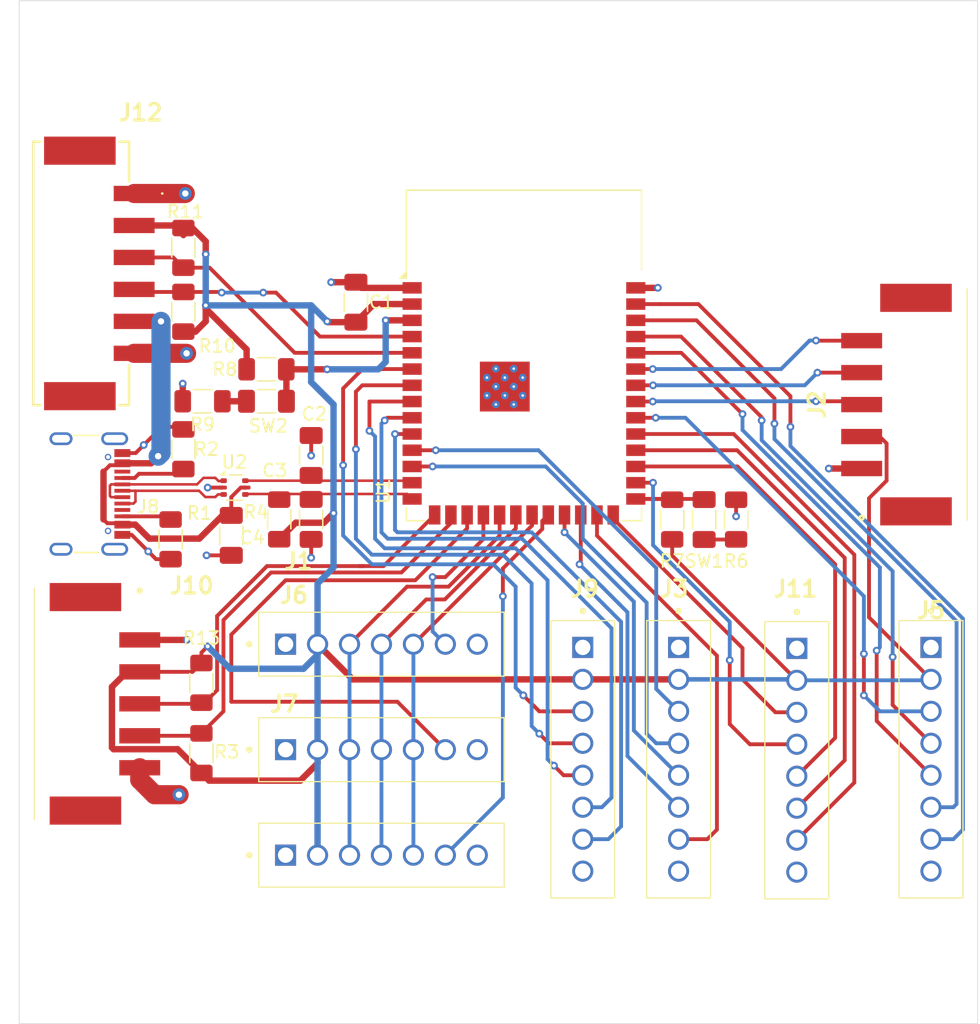
<source format=kicad_pcb>
(kicad_pcb (version 20240108) (generator "pcbnew") (generator_version "8.0")
  (layers (0 "F.Cu" signal "F.Cu1") (1 "In1.Cu" power "GND") (2 "In2.Cu" power "PWR") (31 "B.Cu" signal "B.Cu1") (34 "B.Paste" user) (35 "F.Paste" user) (36 "B.SilkS" user "B.Silkscreen") (37 "F.SilkS" user "F.Silkscreen") (38 "B.Mask" user) (39 "F.Mask" user) (44 "Edge.Cuts" user))
  (net 0 "")
  (net 1 "GND")
  (net 2 "+3.3V")
  (net 3 "-")
  (net 4 "+")
  (net 5 "+5Vout")
  (net 6 "i2s sd")
  (net 7 "i2s sck")
  (net 8 "i2s ws")
  (net 9 "io15")
  (net 10 "io6")
  (net 11 "+5Vin")
  (net 12 "io1")
  (net 13 "io7")
  (net 14 "io17")
  (net 15 "txd0")
  (net 16 "io16")
  (net 17 "rxd0")
  (net 18 "io18")
  (net 19 "io35")
  (net 20 "io21")
  (net 21 "io37")
  (net 22 "io36")
  (net 23 "io38")
  (net 24 "miso")
  (net 25 "sck")
  (net 26 "ss1")
  (net 27 "mosi")
  (net 28 "ss0")
  (net 29 "Net-(J8-D--PadA7)")
  (net 30 "Net-(J8-D+-PadA6)")
  (net 32 "Net-(J8-CC1)")
  (net 33 "Net-(J8-CC2)")
  (net 35 "io39")
  (net 36 "io45")
  (net 37 "io48")
  (net 38 "io47")
  (net 39 "scl1")
  (net 40 "sda1")
  (net 41 "sda0")
  (net 42 "scl0")
  (net 43 "ss2")
  (net 44 "Net-(R6-Pad1)")
  (net 45 "boot0")
  (net 46 "reset")
  (net 47 "Net-(R9-Pad1)")
  (net 50 "io2")
  (net 51 "io8")
  (footprint "Connector_USB:USB_C_Receptacle_G-Switch_GT-USB-7010ASV" (layer "F.Cu") (at 100.35 87.58 -90)
    (property "Reference" "J8")
    (property "Value" "USB_C_Receptacle_USB2.0_16P")
  )
  (footprint "Resistor_SMD:R_1206_3216Metric_Pad1.30x1.75mm_HandSolder" (layer "F.Cu") (at 115.35 77.83)
    (property "Reference" "R8")
    (property "Value" "10k")
  )
  (footprint "Capacitor_SMD:C_1206_3216Metric_Pad1.33x1.80mm_HandSolder" (layer "F.Cu") (at 115.35 80.33 180)
    (property "Reference" "SW2")
    (property "Value" "SW_Push")
  )
  (footprint "Capacitor_SMD:C_1206_3216Metric_Pad1.33x1.80mm_HandSolder" (layer "F.Cu") (at 118.85 84.57 -90)
    (property "Reference" "C2")
    (property "Value" "C")
  )
  (footprint "Capacitor_SMD:C_1206_3216Metric_Pad1.33x1.80mm_HandSolder" (layer "F.Cu") (at 149.6 89.58 -90)
    (property "Reference" "SW1")
    (property "Value" "SW_Push")
  )
  (footprint "MountingHole:MountingHole_3.2mm_M3" (layer "F.Cu") (at 166 54.02)
    (property "Reference" "H1" (hide yes))
    (property "Value" "MountingHole")
  )
  (footprint "Connector_pt_phoenix:1778609" (layer "F.Cu") (at 116.85 107.58)
    (property "Reference" "J6")
    (property "Value" "sp1" (hide yes))
  )
  (footprint "Connector_pt_phoenix:1814951" (layer "F.Cu") (at 101.85 70.33 -90)
    (property "Reference" "J12")
    (property "Value" "i2c0" (hide yes))
  )
  (footprint "Capacitor_SMD:C_1206_3216Metric_Pad1.33x1.80mm_HandSolder" (layer "F.Cu") (at 118.85 89.57 90)
    (property "Reference" "C3")
    (property "Value" "C")
  )
  (footprint "Resistor_SMD:R_1206_3216Metric_Pad1.30x1.75mm_HandSolder" (layer "F.Cu") (at 116.35 89.57 90)
    (property "Reference" "R4")
    (property "Value" "5k1")
  )
  (footprint "Connector_pt_phoenix:1778612" (layer "F.Cu") (at 140.1 99.58 -90)
    (property "Reference" "J9")
    (property "Value" "1778612" (hide yes))
  )
  (footprint "Connector_pt_phoenix:1778609" (layer "F.Cu") (at 116.85 115.83)
    (property "Reference" "J7")
    (property "Value" "sp2" (hide yes))
  )
  (footprint "Resistor_SMD:R_1206_3216Metric_Pad1.30x1.75mm_HandSolder" (layer "F.Cu") (at 110.35 80.33 180)
    (property "Reference" "R9")
    (property "Value" "470")
  )
  (footprint "Connector_pt_phoenix:1778612" (layer "F.Cu") (at 167.35 99.58 -90)
    (property "Reference" "J5")
    (property "Value" "1778612" (hide yes))
  )
  (footprint "Package_TO_SOT_SMD:SOT-666" (layer "F.Cu") (at 112.85 87.08)
    (property "Reference" "U2")
    (property "Value" "USBLC6-2P6")
  )
  (footprint "Connector_pt_phoenix:1778612" (layer "F.Cu") (at 156.85 99.655 -90)
    (property "Reference" "J11")
    (property "Value" "1778612" (hide yes))
  )
  (footprint "RF_Module:ESP32-S3-WROOM-1" (layer "F.Cu") (at 135.5 76.72)
    (property "Reference" "U1")
    (property "Value" "ESP32-S3-WROOM-1")
  )
  (footprint "Capacitor_SMD:C_1206_3216Metric_Pad1.33x1.80mm_HandSolder" (layer "F.Cu") (at 122.35 72.58 -90)
    (property "Reference" "C1")
    (property "Value" "100n")
  )
  (footprint "MountingHole:MountingHole_3.2mm_M3" (layer "F.Cu") (at 101 54)
    (property "Reference" "H2" (hide yes))
    (property "Value" "MountingHole")
  )
  (footprint "MountingHole:MountingHole_3.2mm_M3" (layer "F.Cu") (at 101 124)
    (property "Reference" "H4" (hide yes))
    (property "Value" "MountingHole")
  )
  (footprint "Resistor_SMD:R_1206_3216Metric_Pad1.30x1.75mm_HandSolder" (layer "F.Cu") (at 108.85 73.33 -90)
    (property "Reference" "R10")
    (property "Value" "4k7")
  )
  (footprint "MountingHole:MountingHole_3.2mm_M3" (layer "F.Cu") (at 166 124)
    (property "Reference" "H3" (hide yes))
    (property "Value" "MountingHole")
  )
  (footprint "Connector_pt_phoenix:1814948" (layer "F.Cu") (at 161.925 80.59 90)
    (property "Reference" "J2")
    (property "Value" "i2s" (hide yes))
  )
  (footprint "Resistor_SMD:R_1206_3216Metric_Pad1.30x1.75mm_HandSolder" (layer "F.Cu") (at 108.85 68.33 -90)
    (property "Reference" "R11")
    (property "Value" "4k7")
  )
  (footprint "Resistor_SMD:R_1206_3216Metric_Pad1.30x1.75mm_HandSolder" (layer "F.Cu") (at 108.85 84.08 -90)
    (property "Reference" "R2")
    (property "Value" "5k1")
  )
  (footprint "Connector_pt_phoenix:1814948" (layer "F.Cu") (at 105.4375 103.9925 -90)
    (property "Reference" "J10")
    (property "Value" "i2c1" (hide yes))
  )
  (footprint "Resistor_SMD:R_1206_3216Metric_Pad1.30x1.75mm_HandSolder" (layer "F.Cu") (at 107.85 91.13 90)
    (property "Reference" "R1")
    (property "Value" "5k1")
  )
  (footprint "Connector_pt_phoenix:1778609" (layer "F.Cu") (at 116.85 99.33)
    (property "Reference" "J1")
    (property "Value" "spi0" (hide yes))
  )
  (footprint "Connector_pt_phoenix:1778612" (layer "F.Cu") (at 147.6 99.58 -90)
    (property "Reference" "J3")
    (property "Value" "1778612" (hide yes))
  )
  (footprint "Capacitor_SMD:C_1206_3216Metric_Pad1.33x1.80mm_HandSolder" (layer "F.Cu") (at 112.6 90.82 -90)
    (property "Reference" "C4")
    (property "Value" "100nf")
  )
  (footprint "Resistor_SMD:R_1206_3216Metric_Pad1.30x1.75mm_HandSolder" (layer "F.Cu") (at 110.2625 107.8525 -90)
    (property "Reference" "R3")
    (property "Value" "4k7")
  )
  (footprint "Resistor_SMD:R_1206_3216Metric_Pad1.30x1.75mm_HandSolder" (layer "F.Cu") (at 147.1 89.58 90)
    (property "Reference" "R7")
    (property "Value" "10k")
  )
  (footprint "Resistor_SMD:R_1206_3216Metric_Pad1.30x1.75mm_HandSolder" (layer "F.Cu") (at 152.1 89.58 90)
    (property "Reference" "R6")
    (property "Value" "470")
  )
  (footprint "Resistor_SMD:R_1206_3216Metric_Pad1.30x1.75mm_HandSolder" (layer "F.Cu") (at 110.2625 102.3525 -90)
    (property "Reference" "R13")
    (property "Value" "4k7")
  )
  (gr_rect (start 96 49) (end 171 129) (stroke (width 0.05)) (fill none) (layer "Edge.Cuts"))
  (segment (start 122.35 71.0175) (end 120.4125 71.0175) (width 0.5) (layer "F.Cu") (net 1))
  (segment (start 109 64.08) (end 109.17 64.08) (width 0.5) (layer "F.Cu") (net 1))
  (segment (start 112.3025 92.68) (end 112.6 92.3825) (width 0.3) (layer "F.Cu") (net 1))
  (segment (start 109.17 64.08) (end 109.25 64) (width 0.5) (layer "F.Cu") (net 1))
  (segment (start 105.12 84.38) (end 104.075 84.38) (width 0.3) (layer "F.Cu") (net 1))
  (segment (start 110.75 87.08) (end 111.925 87.08) (width 0.3) (layer "F.Cu") (net 1))
  (segment (start 108.65 82.33) (end 108.85 82.53) (width 0.3) (layer "F.Cu") (net 1))
  (segment (start 108.8 80.33) (end 108.8 78.95) (width 0.5) (layer "F.Cu") (net 1))
  (segment (start 107.17 82.33) (end 108.65 82.33) (width 0.3) (layer "F.Cu") (net 1))
  (segment (start 105.75 83.75) (end 107.17 82.33) (width 0.3) (layer "F.Cu") (net 1))
  (segment (start 105.4375 98.9925) (end 109.1225 98.9925) (width 0.5) (layer "F.Cu") (net 1))
  (segment (start 108.8 82.48) (end 108.85 82.53) (width 0.5) (layer "F.Cu") (net 1))
  (segment (start 118.85 83.0075) (end 118.85 84.58) (width 0.3) (layer "F.Cu") (net 1))
  (segment (start 159.35 85.59) (end 161.925 85.59) (width 0.5) (layer "F.Cu") (net 1))
  (segment (start 112.6 92.3825) (end 110.6625 92.3825) (width 0.3) (layer "F.Cu") (net 1))
  (segment (start 145.97 71.46) (end 145.975 71.455) (width 0.5) (layer "F.Cu") (net 1))
  (segment (start 104.075 90.78) (end 104.81 90.78) (width 0.3) (layer "F.Cu") (net 1))
  (segment (start 106.71 92.68) (end 107.85 92.68) (width 0.3) (layer "F.Cu") (net 1))
  (segment (start 152.1 88.03) (end 152.1 89.33) (width 0.3) (layer "F.Cu") (net 1))
  (segment (start 104.81 90.78) (end 106.1 92.07) (width 0.3) (layer "F.Cu") (net 1))
  (segment (start 122.7925 71.46) (end 122.35 71.0175) (width 0.5) (layer "F.Cu") (net 1))
  (segment (start 118.85 91.1325) (end 118.85 92.57) (width 0.3) (layer "F.Cu") (net 1))
  (segment (start 105 64.08) (end 109 64.08) (width 1.5) (layer "F.Cu") (net 1))
  (segment (start 144.25 71.46) (end 145.97 71.46) (width 0.5) (layer "F.Cu") (net 1))
  (segment (start 105.75 83.75) (end 105.12 84.38) (width 0.3) (layer "F.Cu") (net 1))
  (segment (start 126.75 71.46) (end 122.7925 71.46) (width 0.5) (layer "F.Cu") (net 1))
  (segment (start 106.1 92.07) (end 106.71 92.68) (width 0.3) (layer "F.Cu") (net 1))
  (via (at 159.35 85.59) (size 0.6) (drill 0.3) (layers "F.Cu" "B.Cu") (net 1))
  (via (at 120.4125 71.0175) (size 0.6) (drill 0.3) (layers "F.Cu" "B.Cu") (net 1))
  (via (at 108.8 78.95) (size 0.6) (drill 0.3) (layers "F.Cu" "B.Cu") (net 1))
  (via (at 118.85 84.58) (size 0.6) (drill 0.3) (layers "F.Cu" "B.Cu") (net 1))
  (via (at 106.1 92.07) (size 0.6) (drill 0.3) (layers "F.Cu" "B.Cu") (net 1))
  (via (at 109.1225 98.9925) (size 0.6) (drill 0.3) (layers "F.Cu" "B.Cu") (net 1))
  (via (at 105.75 83.75) (size 0.6) (drill 0.3) (layers "F.Cu" "B.Cu") (net 1))
  (via (at 110.75 87.08) (size 0.6) (drill 0.3) (layers "F.Cu" "B.Cu") (net 1))
  (via (at 110.6625 92.3825) (size 0.6) (drill 0.3) (layers "F.Cu" "B.Cu") (net 1))
  (via (at 145.975 71.455) (size 0.6) (drill 0.3) (layers "F.Cu" "B.Cu") (net 1))
  (via (at 109 64.08) (size 1) (drill 0.5) (layers "F.Cu" "B.Cu") (net 1))
  (via (at 118.85 92.57) (size 0.6) (drill 0.3) (layers "F.Cu" "B.Cu") (net 1))
  (via (at 152.1 89.33) (size 0.6) (drill 0.3) (layers "F.Cu" "B.Cu") (net 1))
  (segment (start 109.55 66.78) (end 110.6 67.83) (width 0.5) (layer "F.Cu") (net 2))
  (segment (start 163.875 86.54) (end 163.875 83.625) (width 0.3) (layer "F.Cu") (net 2))
  (segment (start 118 110) (end 110.86 110) (width 0.5) (layer "F.Cu") (net 2))
  (segment (start 167.35 102.08) (end 162.5 97.23) (width 0.3) (layer "F.Cu") (net 2))
  (segment (start 105.4375 101.4925) (end 109.5725 101.4925) (width 0.3) (layer "F.Cu") (net 2))
  (segment (start 110.86 110) (end 110.2625 109.4025) (width 0.5) (layer "F.Cu") (net 2))
  (segment (start 108.85 74.88) (end 109.8 74.88) (width 0.5) (layer "F.Cu") (net 2))
  (segment (start 103.2625 107.4175) (end 103.2625 102.6675) (width 0.5) (layer "F.Cu") (net 2))
  (segment (start 110.6 67.83) (end 110.6 68.83) (width 0.5) (layer "F.Cu") (net 2))
  (segment (start 156.85 102.155) (end 147.1 92.405) (width 0.3) (layer "F.Cu") (net 2))
  (segment (start 119.35 99.33) (end 122.1 102.08) (width 0.5) (layer "F.Cu") (net 2))
  (segment (start 117.64 89.83) (end 116.35 91.12) (width 0.5) (layer "F.Cu") (net 2))
  (segment (start 110.6 74.08) (end 110.6 72.83) (width 0.5) (layer "F.Cu") (net 2))
  (segment (start 163.34 83.09) (end 161.925 83.09) (width 0.3) (layer "F.Cu") (net 2))
  (segment (start 110.2625 109.4025) (end 108.4025 107.5425) (width 0.5) (layer "F.Cu") (net 2))
  (segment (start 123.7625 72.73) (end 122.35 74.1425) (width 0.5) (layer "F.Cu") (net 2))
  (segment (start 120.1625 74.1425) (end 120.1 74.08) (width 0.5) (layer "F.Cu") (net 2))
  (segment (start 108.65 66.58) (end 108.85 66.78) (width 0.5) (layer "F.Cu") (net 2))
  (segment (start 163.875 83.625) (end 163.34 83.09) (width 0.3) (layer "F.Cu") (net 2))
  (segment (start 147.1 92.405) (end 147.1 91.13) (width 0.3) (layer "F.Cu") (net 2))
  (segment (start 162.5 97.23) (end 162.5 87.915) (width 0.3) (layer "F.Cu") (net 2))
  (segment (start 120.6 89.08) (end 119.85 89.83) (width 0.5) (layer "F.Cu") (net 2))
  (segment (start 122.35 74.1425) (end 120.1625 74.1425) (width 0.5) (layer "F.Cu") (net 2))
  (segment (start 122.1 102.08) (end 140.1 102.08) (width 0.5) (layer "F.Cu") (net 2))
  (segment (start 119.35 107.58) (end 119.35 108.65) (width 0.5) (layer "F.Cu") (net 2))
  (segment (start 119.35 108.65) (end 118 110) (width 0.5) (layer "F.Cu") (net 2))
  (segment (start 113.8 76.28) (end 113.8 77.83) (width 0.5) (layer "F.Cu") (net 2))
  (segment (start 119.85 89.83) (end 117.64 89.83) (width 0.5) (layer "F.Cu") (net 2))
  (segment (start 108.85 66.78) (end 108.85 67.33) (width 0.5) (layer "F.Cu") (net 2))
  (segment (start 126.75 72.73) (end 123.7625 72.73) (width 0.5) (layer "F.Cu") (net 2))
  (segment (start 103.2625 102.6675) (end 104.4375 101.4925) (width 0.5) (layer "F.Cu") (net 2))
  (segment (start 110.6 73.08) (end 113.8 76.28) (width 0.5) (layer "F.Cu") (net 2))
  (segment (start 140.1 102.08) (end 147.6 102.08) (width 0.5) (layer "F.Cu") (net 2))
  (segment (start 109.8 74.88) (end 110.6 74.08) (width 0.5) (layer "F.Cu") (net 2))
  (segment (start 108.4025 107.5425) (end 103.3875 107.5425) (width 0.5) (layer "F.Cu") (net 2))
  (segment (start 103.3875 107.5425) (end 103.2625 107.4175) (width 0.5) (layer "F.Cu") (net 2))
  (segment (start 105 66.58) (end 108.65 66.58) (width 0.5) (layer "F.Cu") (net 2))
  (segment (start 110.2625 100.8025) (end 110.2625 99.9875) (width 0.3) (layer "F.Cu") (net 2))
  (segment (start 109.5725 101.4925) (end 110.2625 100.8025) (width 0.3) (layer "F.Cu") (net 2))
  (segment (start 162.5 87.915) (end 163.875 86.54) (width 0.3) (layer "F.Cu") (net 2))
  (segment (start 110.6 72.83) (end 110.6 73.08) (width 0.5) (layer "F.Cu") (net 2))
  (segment (start 108.85 66.78) (end 109.55 66.78) (width 0.5) (layer "F.Cu") (net 2))
  (segment (start 110.2625 99.9875) (end 110.75 99.5) (width 0.3) (layer "F.Cu") (net 2))
  (segment (start 104.4375 101.4925) (end 105.4375 101.4925) (width 0.5) (layer "F.Cu") (net 2))
  (via (at 110.6 68.83) (size 0.6) (drill 0.3) (layers "F.Cu" "B.Cu") (net 2))
  (via (at 110.75 99.5) (size 0.6) (drill 0.3) (layers "F.Cu" "B.Cu") (net 2))
  (via (at 120.6 89.08) (size 0.6) (drill 0.3) (layers "F.Cu" "B.Cu") (net 2))
  (via (at 120.1 74.08) (size 0.6) (drill 0.3) (layers "F.Cu" "B.Cu") (net 2))
  (via (at 110.6 72.83) (size 0.6) (drill 0.3) (layers "F.Cu" "B.Cu") (net 2))
  (segment (start 112.5 101.25) (end 110.75 99.5) (width 0.5) (layer "B.Cu") (net 2))
  (segment (start 156.85 102.155) (end 167.275 102.155) (width 0.3) (layer "B.Cu") (net 2))
  (segment (start 120.6 80.58) (end 118.85 78.83) (width 0.5) (layer "B.Cu") (net 2))
  (segment (start 119.35 100.15) (end 118.25 101.25) (width 0.5) (layer "B.Cu") (net 2))
  (segment (start 118.85 72.83) (end 120.1 74.08) (width 0.5) (layer "B.Cu") (net 2))
  (segment (start 110.6 72.83) (end 118.85 72.83) (width 0.5) (layer "B.Cu") (net 2))
  (segment (start 120.6 93.33) (end 119.35 94.58) (width 0.5) (layer "B.Cu") (net 2))
  (segment (start 119.35 107.58) (end 119.35 115.83) (width 0.5) (layer "B.Cu") (net 2))
  (segment (start 167.275 102.155) (end 167.35 102.08) (width 0.3) (layer "B.Cu") (net 2))
  (segment (start 118.25 101.25) (end 112.5 101.25) (width 0.5) (layer "B.Cu") (net 2))
  (segment (start 120.6 89.08) (end 120.6 80.58) (width 0.5) (layer "B.Cu") (net 2))
  (segment (start 120.6 89.08) (end 120.6 93.33) (width 0.5) (layer "B.Cu") (net 2))
  (segment (start 119.35 99.33) (end 119.35 107.58) (width 0.5) (layer "B.Cu") (net 2))
  (segment (start 147.6 102.08) (end 156.775 102.08) (width 0.35) (layer "B.Cu") (net 2))
  (segment (start 110.6 68.83) (end 110.6 72.83) (width 0.5) (layer "B.Cu") (net 2))
  (segment (start 119.35 94.58) (end 119.35 99.33) (width 0.5) (layer "B.Cu") (net 2))
  (segment (start 118.85 78.83) (end 118.85 72.83) (width 0.5) (layer "B.Cu") (net 2))
  (segment (start 156.775 102.08) (end 156.85 102.155) (width 0.3) (layer "B.Cu") (net 2))
  (segment (start 119.35 99.33) (end 119.35 100.15) (width 0.5) (layer "B.Cu") (net 2))
  (segment (start 126.75 86.7) (end 126.5925 86.5425) (width 0.2) (layer "F.Cu") (net 3))
  (segment (start 126.5925 86.5425) (end 113.7 86.5425) (width 0.2) (layer "F.Cu") (net 3))
  (segment (start 126.75 87.97) (end 126.36 87.58) (width 0.2) (layer "F.Cu") (net 4))
  (segment (start 126.36 87.58) (end 113.7375 87.58) (width 0.2) (layer "F.Cu") (net 4))
  (segment (start 113.7375 87.58) (end 113.7 87.6175) (width 0.2) (layer "F.Cu") (net 4))
  (segment (start 103.105 85.33) (end 102.6 85.835) (width 0.3) (layer "F.Cu") (net 5))
  (segment (start 106.32 85.18) (end 106.875 84.625) (width 0.5) (layer "F.Cu") (net 5))
  (segment (start 104.075 85.18) (end 106.32 85.18) (width 0.5) (layer "F.Cu") (net 5))
  (segment (start 102.6 89.57) (end 102.9 89.87) (width 0.3) (layer "F.Cu") (net 5))
  (segment (start 104.075 85.18) (end 103.965 85.29) (width 0.3) (layer "F.Cu") (net 5))
  (segment (start 103.925 85.33) (end 103.105 85.33) (width 0.3) (layer "F.Cu") (net 5))
  (segment (start 110.1 91.07) (end 111.9125 89.2575) (width 0.5) (layer "F.Cu") (net 5))
  (segment (start 112.6 87.82) (end 113.34 87.08) (width 0.3) (layer "F.Cu") (net 5))
  (segment (start 104.075 89.98) (end 105.095 89.98) (width 0.5) (layer "F.Cu") (net 5))
  (segment (start 106.875 84.625) (end 107 84.5) (width 0.3) (layer "F.Cu") (net 5))
  (segment (start 106.185 91.07) (end 110.1 91.07) (width 0.5) (layer "F.Cu") (net 5))
  (segment (start 105.095 89.98) (end 106.185 91.07) (width 0.5) (layer "F.Cu") (net 5))
  (segment (start 102.9 89.87) (end 103.965 89.87) (width 0.3) (layer "F.Cu") (net 5))
  (segment (start 105 74.08) (end 107.1 74.08) (width 0.5) (layer "F.Cu") (net 5))
  (segment (start 113.775 87.08) (end 113.34 87.08) (width 0.3) (layer "F.Cu") (net 5))
  (segment (start 102.6 85.835) (end 102.6 89.57) (width 0.5) (layer "F.Cu") (net 5))
  (segment (start 112.6 89.2575) (end 112.6 87.82) (width 0.3) (layer "F.Cu") (net 5))
  (segment (start 104.075 85.18) (end 103.925 85.33) (width 0.3) (layer "F.Cu") (net 5))
  (segment (start 111.9125 89.2575) (end 112.6 89.2575) (width 0.5) (layer "F.Cu") (net 5))
  (segment (start 103.965 89.87) (end 104.075 89.98) (width 0.3) (layer "F.Cu") (net 5))
  (via (at 106.875 84.625) (size 1) (drill 0.5) (layers "F.Cu" "B.Cu") (net 5))
  (via (at 107.1 74.08) (size 1) (drill 0.5) (layers "F.Cu" "B.Cu") (net 5))
  (segment (start 107.1 84.4) (end 107.1 74.08) (width 1.5) (layer "B.Cu") (net 5))
  (segment (start 106.875 84.625) (end 107.1 84.4) (width 1.5) (layer "B.Cu") (net 5))
  (segment (start 158.36 75.59) (end 158.35 75.58) (width 0.3) (layer "F.Cu") (net 6))
  (segment (start 161.925 75.59) (end 158.36 75.59) (width 0.3) (layer "F.Cu") (net 6))
  (segment (start 144.25 77.81) (end 145.58 77.81) (width 0.3) (layer "F.Cu") (net 6))
  (via (at 158.35 75.58) (size 0.6) (drill 0.3) (layers "F.Cu" "B.Cu") (net 6))
  (via (at 145.58 77.81) (size 0.6) (drill 0.3) (layers "F.Cu" "B.Cu") (net 6))
  (segment (start 155.62 77.81) (end 157.85 75.58) (width 0.3) (layer "B.Cu") (net 6))
  (segment (start 157.85 75.58) (end 158.35 75.58) (width 0.3) (layer "B.Cu") (net 6))
  (segment (start 145.58 77.81) (end 155.62 77.81) (width 0.3) (layer "B.Cu") (net 6))
  (segment (start 158.35 80.33) (end 161.665 80.33) (width 0.3) (layer "F.Cu") (net 7))
  (segment (start 161.665 80.33) (end 161.925 80.59) (width 0.3) (layer "F.Cu") (net 7))
  (segment (start 144.25 80.35) (end 145.58 80.35) (width 0.3) (layer "F.Cu") (net 7))
  (via (at 145.58 80.35) (size 0.6) (drill 0.3) (layers "F.Cu" "B.Cu") (net 7))
  (via (at 158.35 80.33) (size 0.6) (drill 0.3) (layers "F.Cu" "B.Cu") (net 7))
  (segment (start 158.35 80.33) (end 145.6 80.33) (width 0.3) (layer "B.Cu") (net 7))
  (segment (start 145.6 80.33) (end 145.58 80.35) (width 0.3) (layer "B.Cu") (net 7))
  (segment (start 144.25 79.08) (end 145.6 79.08) (width 0.3) (layer "F.Cu") (net 8))
  (segment (start 158.465 78.09) (end 161.925 78.09) (width 0.3) (layer "F.Cu") (net 8))
  (via (at 145.6 79.08) (size 0.6) (drill 0.3) (layers "F.Cu" "B.Cu") (net 8))
  (via (at 158.465 78.09) (size 0.6) (drill 0.3) (layers "F.Cu" "B.Cu") (net 8))
  (segment (start 157.475 79.08) (end 145.6 79.08) (width 0.3) (layer "B.Cu") (net 8))
  (segment (start 158.465 78.09) (end 157.475 79.08) (width 0.3) (layer "B.Cu") (net 8))
  (segment (start 137.85 108.83) (end 138.6 109.58) (width 0.3) (layer "F.Cu") (net 9))
  (segment (start 123.41 80.35) (end 123.41 82.64) (width 0.3) (layer "F.Cu") (net 9))
  (segment (start 126.75 80.35) (end 123.41 80.35) (width 0.3) (layer "F.Cu") (net 9))
  (segment (start 138.6 109.58) (end 140.1 109.58) (width 0.3) (layer "F.Cu") (net 9))
  (via (at 137.85 108.83) (size 0.6) (drill 0.3) (layers "F.Cu" "B.Cu") (net 9))
  (via (at 123.41 82.64) (size 0.6) (drill 0.3) (layers "F.Cu" "B.Cu") (net 9))
  (segment (start 124.6 91.83) (end 134.85 91.83) (width 0.3) (layer "B.Cu") (net 9))
  (segment (start 137.35 94.33) (end 135.85 92.83) (width 0.3) (layer "B.Cu") (net 9))
  (segment (start 123.85 91.08) (end 124.6 91.83) (width 0.3) (layer "B.Cu") (net 9))
  (segment (start 137.85 108.83) (end 137.35 108.33) (width 0.3) (layer "B.Cu") (net 9))
  (segment (start 123.41 82.64) (end 123.85 83.08) (width 0.3) (layer "B.Cu") (net 9))
  (segment (start 137.35 108.33) (end 137.35 94.33) (width 0.3) (layer "B.Cu") (net 9))
  (segment (start 123.85 83.08) (end 123.85 91.08) (width 0.3) (layer "B.Cu") (net 9))
  (segment (start 134.85 91.83) (end 135.85 92.83) (width 0.3) (layer "B.Cu") (net 9))
  (segment (start 122.87 77.81) (end 121.35 79.33) (width 0.3) (layer "F.Cu") (net 10))
  (segment (start 135.45 103.33) (end 136.7 104.58) (width 0.3) (layer "F.Cu") (net 10))
  (segment (start 121.35 79.33) (end 121.35 85.33) (width 0.3) (layer "F.Cu") (net 10))
  (segment (start 136.7 104.58) (end 140.1 104.58) (width 0.3) (layer "F.Cu") (net 10))
  (segment (start 126.75 77.81) (end 122.87 77.81) (width 0.3) (layer "F.Cu") (net 10))
  (via (at 135.45 103.33) (size 0.6) (drill 0.3) (layers "F.Cu" "B.Cu") (net 10))
  (via (at 121.35 85.33) (size 0.6) (drill 0.3) (layers "F.Cu" "B.Cu") (net 10))
  (segment (start 121.35 88.08) (end 121.35 85.33) (width 0.3) (layer "B.Cu") (net 10))
  (segment (start 134.85 94.83) (end 133.1 93.08) (width 0.3) (layer "B.Cu") (net 10))
  (segment (start 134.85 102.73) (end 134.85 94.83) (width 0.3) (layer "B.Cu") (net 10))
  (segment (start 133.1 93.08) (end 125.6 93.08) (width 0.3) (layer "B.Cu") (net 10))
  (segment (start 135.45 103.33) (end 134.85 102.73) (width 0.3) (layer "B.Cu") (net 10))
  (segment (start 123.6 93.08) (end 125.6 93.08) (width 0.3) (layer "B.Cu") (net 10))
  (segment (start 121.35 90.83) (end 123.6 93.08) (width 0.3) (layer "B.Cu") (net 10))
  (segment (start 121.35 88.08) (end 121.35 90.83) (width 0.3) (layer "B.Cu") (net 10))
  (segment (start 105 76.58) (end 109.1 76.58) (width 1.5) (layer "F.Cu") (net 11))
  (segment (start 105.4375 108.9925) (end 105.4375 109.9375) (width 1.5) (layer "F.Cu") (net 11))
  (segment (start 105.4375 109.9375) (end 106.6025 111.1025) (width 1.5) (layer "F.Cu") (net 11))
  (segment (start 106.6025 111.1025) (end 108.5 111.1025) (width 1.5) (layer "F.Cu") (net 11))
  (segment (start 108.5 111.1025) (end 108.5125 111.1025) (width 1.5) (layer "F.Cu") (net 11))
  (via (at 109.1 76.58) (size 1) (drill 0.5) (layers "F.Cu" "B.Cu") (net 11))
  (via (at 108.5 111.1025) (size 1) (drill 0.5) (layers "F.Cu" "B.Cu") (net 11))
  (segment (start 146.1 72.73) (end 149.147106 72.73) (width 0.3) (layer "F.Cu") (net 12))
  (segment (start 156.35 79.932894) (end 156.35 82.33) (width 0.3) (layer "F.Cu") (net 12))
  (segment (start 144.25 72.73) (end 146.1 72.73) (width 0.3) (layer "F.Cu") (net 12))
  (segment (start 149.147106 72.73) (end 156.35 79.932894) (width 0.3) (layer "F.Cu") (net 12))
  (via (at 156.35 82.33) (size 0.6) (drill 0.3) (layers "F.Cu" "B.Cu") (net 12))
  (segment (start 169.85 97.33) (end 169.85 113.83) (width 0.3) (layer "B.Cu") (net 12))
  (segment (start 156.35 82.33) (end 156.35 83.83) (width 0.3) (layer "B.Cu") (net 12))
  (segment (start 169.1 114.58) (end 167.35 114.58) (width 0.3) (layer "B.Cu") (net 12))
  (segment (start 156.35 83.83) (end 169.85 97.33) (width 0.3) (layer "B.Cu") (net 12))
  (segment (start 169.85 113.83) (end 169.1 114.58) (width 0.3) (layer "B.Cu") (net 12))
  (segment (start 122.35 79.58) (end 122.85 79.08) (width 0.3) (layer "F.Cu") (net 13))
  (segment (start 122.85 79.08) (end 126.75 79.08) (width 0.3) (layer "F.Cu") (net 13))
  (segment (start 137.45 107.08) (end 140.1 107.08) (width 0.3) (layer "F.Cu") (net 13))
  (segment (start 136.7 106.33) (end 137.45 107.08) (width 0.3) (layer "F.Cu") (net 13))
  (segment (start 122.35 84.08) (end 122.35 79.58) (width 0.3) (layer "F.Cu") (net 13))
  (via (at 122.35 84.08) (size 0.6) (drill 0.3) (layers "F.Cu" "B.Cu") (net 13))
  (via (at 136.7 106.33) (size 0.6) (drill 0.3) (layers "F.Cu" "B.Cu") (net 13))
  (segment (start 136.1 94.58) (end 133.85 92.33) (width 0.3) (layer "B.Cu") (net 13))
  (segment (start 136.1 105.73) (end 136.1 94.58) (width 0.3) (layer "B.Cu") (net 13))
  (segment (start 136.7 106.33) (end 136.1 105.73) (width 0.3) (layer "B.Cu") (net 13))
  (segment (start 122.35 91.08) (end 122.35 84.08) (width 0.3) (layer "B.Cu") (net 13))
  (segment (start 133.85 92.33) (end 123.6 92.33) (width 0.3) (layer "B.Cu") (net 13))
  (segment (start 123.6 92.33) (end 122.35 91.08) (width 0.3) (layer "B.Cu") (net 13))
  (segment (start 126.75 82.89) (end 125.41 82.89) (width 0.3) (layer "F.Cu") (net 14))
  (via (at 125.41 82.89) (size 0.6) (drill 0.3) (layers "F.Cu" "B.Cu") (net 14))
  (segment (start 125.41 90.39) (end 125.6 90.58) (width 0.3) (layer "B.Cu") (net 14))
  (segment (start 143.1 113.58) (end 142.1 114.58) (width 0.3) (layer "B.Cu") (net 14))
  (segment (start 136.1 90.58) (end 143.1 97.58) (width 0.3) (layer "B.Cu") (net 14))
  (segment (start 143.1 97.58) (end 143.1 113.58) (width 0.3) (layer "B.Cu") (net 14))
  (segment (start 125.41 82.89) (end 125.41 90.39) (width 0.3) (layer "B.Cu") (net 14))
  (segment (start 125.6 90.58) (end 136.1 90.58) (width 0.3) (layer "B.Cu") (net 14))
  (segment (start 142.1 114.58) (end 140.1 114.58) (width 0.3) (layer "B.Cu") (net 14))
  (segment (start 164.35 104.08) (end 167.35 107.08) (width 0.3) (layer "F.Cu") (net 15))
  (segment (start 144.25 75.27) (end 147.79 75.27) (width 0.3) (layer "F.Cu") (net 15))
  (segment (start 154.1 81.58) (end 154.1 81.83) (width 0.3) (layer "F.Cu") (net 15))
  (segment (start 164.35 100.33) (end 164.35 104.08) (width 0.3) (layer "F.Cu") (net 15))
  (segment (start 147.79 75.27) (end 154.1 81.58) (width 0.3) (layer "F.Cu") (net 15))
  (via (at 154.1 81.83) (size 0.6) (drill 0.3) (layers "F.Cu" "B.Cu") (net 15))
  (via (at 164.35 100.33) (size 0.6) (drill 0.3) (layers "F.Cu" "B.Cu") (net 15))
  (segment (start 154.1 81.83) (end 154.1 83.372894) (width 0.3) (layer "B.Cu") (net 15))
  (segment (start 154.1 83.372894) (end 164.35 93.622894) (width 0.3) (layer "B.Cu") (net 15))
  (segment (start 164.35 93.622894) (end 164.35 100.33) (width 0.3) (layer "B.Cu") (net 15))
  (segment (start 124.6 81.83) (end 124.81 81.62) (width 0.3) (layer "F.Cu") (net 16))
  (segment (start 124.81 81.62) (end 126.75 81.62) (width 0.3) (layer "F.Cu") (net 16))
  (via (at 124.6 81.83) (size 0.6) (drill 0.3) (layers "F.Cu" "B.Cu") (net 16))
  (segment (start 124.35 90.58) (end 124.85 91.08) (width 0.3) (layer "B.Cu") (net 16))
  (segment (start 124.85 91.08) (end 135.35 91.08) (width 0.3) (layer "B.Cu") (net 16))
  (segment (start 124.6 81.83) (end 124.35 82.08) (width 0.3) (layer "B.Cu") (net 16))
  (segment (start 124.35 82.08) (end 124.35 90.58) (width 0.3) (layer "B.Cu") (net 16))
  (segment (start 142.35 111.33) (end 141.6 112.08) (width 0.3) (layer "B.Cu") (net 16))
  (segment (start 141.6 112.08) (end 140.1 112.08) (width 0.3) (layer "B.Cu") (net 16))
  (segment (start 142.35 98.08) (end 142.35 111.33) (width 0.3) (layer "B.Cu") (net 16))
  (segment (start 135.35 91.08) (end 142.35 98.08) (width 0.3) (layer "B.Cu") (net 16))
  (segment (start 144.25 76.54) (end 147.81 76.54) (width 0.3) (layer "F.Cu") (net 17))
  (segment (start 163.1 105.33) (end 167.35 109.58) (width 0.3) (layer "F.Cu") (net 17))
  (segment (start 163.1 99.83) (end 163.1 105.33) (width 0.3) (layer "F.Cu") (net 17))
  (segment (start 147.81 76.54) (end 152.6 81.33) (width 0.3) (layer "F.Cu") (net 17))
  (via (at 163.1 99.83) (size 0.6) (drill 0.3) (layers "F.Cu" "B.Cu") (net 17))
  (via (at 152.6 81.33) (size 0.6) (drill 0.3) (layers "F.Cu" "B.Cu") (net 17))
  (segment (start 163.35 99.58) (end 163.35 93.33) (width 0.3) (layer "B.Cu") (net 17))
  (segment (start 152.6 82.58) (end 152.6 81.33) (width 0.3) (layer "B.Cu") (net 17))
  (segment (start 163.35 93.33) (end 152.6 82.58) (width 0.3) (layer "B.Cu") (net 17))
  (segment (start 163.1 99.83) (end 163.35 99.58) (width 0.3) (layer "B.Cu") (net 17))
  (segment (start 126.75 84.16) (end 128.6 84.16) (width 0.3) (layer "F.Cu") (net 18))
  (segment (start 128.6 84.16) (end 128.77 84.16) (width 0.3) (layer "F.Cu") (net 18))
  (via (at 128.6 84.16) (size 0.6) (drill 0.3) (layers "F.Cu" "B.Cu") (net 18))
  (segment (start 128.6 84.16) (end 136.637106 84.16) (width 0.3) (layer "B.Cu") (net 18))
  (segment (start 145.85 93.372894) (end 145.85 102.83) (width 0.3) (layer "B.Cu") (net 18))
  (segment (start 136.637106 84.16) (end 145.85 93.372894) (width 0.3) (layer "B.Cu") (net 18))
  (segment (start 145.85 102.83) (end 147.6 104.58) (width 0.3) (layer "B.Cu") (net 18))
  (segment (start 151.6 105.58) (end 153.175 107.155) (width 0.3) (layer "F.Cu") (net 19))
  (segment (start 151.6 100.58) (end 151.6 105.58) (width 0.3) (layer "F.Cu") (net 19))
  (segment (start 153.175 107.155) (end 156.85 107.155) (width 0.3) (layer "F.Cu") (net 19))
  (segment (start 145.6 86.7) (end 144.25 86.7) (width 0.3) (layer "F.Cu") (net 19))
  (via (at 145.6 86.7) (size 0.6) (drill 0.3) (layers "F.Cu" "B.Cu") (net 19))
  (via (at 151.6 100.58) (size 0.6) (drill 0.3) (layers "F.Cu" "B.Cu") (net 19))
  (segment (start 151.6 97.58) (end 151.6 100.58) (width 0.3) (layer "B.Cu") (net 19))
  (segment (start 145.6 91.58) (end 151.6 97.58) (width 0.3) (layer "B.Cu") (net 19))
  (segment (start 145.6 86.7) (end 145.6 91.58) (width 0.3) (layer "B.Cu") (net 19))
  (segment (start 138.675 89.22) (end 138.675 90.58) (width 0.3) (layer "F.Cu") (net 20))
  (via (at 138.675 90.58) (size 0.6) (drill 0.3) (layers "F.Cu" "B.Cu") (net 20))
  (segment (start 144.1 106.08) (end 147.6 109.58) (width 0.3) (layer "B.Cu") (net 20))
  (segment (start 144.1 96.005) (end 144.1 106.08) (width 0.3) (layer "B.Cu") (net 20))
  (segment (start 138.675 90.58) (end 144.1 96.005) (width 0.3) (layer "B.Cu") (net 20))
  (segment (start 152.18 84.16) (end 160.6 92.58) (width 0.3) (layer "F.Cu") (net 21))
  (segment (start 160.6 92.58) (end 160.6 108.405) (width 0.3) (layer "F.Cu") (net 21))
  (segment (start 144.25 84.16) (end 152.18 84.16) (width 0.3) (layer "F.Cu") (net 21))
  (segment (start 160.6 108.405) (end 156.85 112.155) (width 0.3) (layer "F.Cu") (net 21))
  (segment (start 152.2 85.43) (end 159.85 93.08) (width 0.3) (layer "F.Cu") (net 22))
  (segment (start 159.85 106.655) (end 156.85 109.655) (width 0.3) (layer "F.Cu") (net 22))
  (segment (start 159.85 93.08) (end 159.85 106.655) (width 0.3) (layer "F.Cu") (net 22))
  (segment (start 144.25 85.43) (end 152.2 85.43) (width 0.3) (layer "F.Cu") (net 22))
  (segment (start 151.91 82.89) (end 161.35 92.33) (width 0.3) (layer "F.Cu") (net 23))
  (segment (start 161.35 110.155) (end 156.85 114.655) (width 0.3) (layer "F.Cu") (net 23))
  (segment (start 161.35 92.33) (end 161.35 110.155) (width 0.3) (layer "F.Cu") (net 23))
  (segment (start 144.25 82.89) (end 151.91 82.89) (width 0.3) (layer "F.Cu") (net 23))
  (segment (start 136.135 89.22) (end 136.135 90.045) (width 0.3) (layer "F.Cu") (net 24))
  (segment (start 136.135 90.045) (end 126.85 99.33) (width 0.3) (layer "F.Cu") (net 24))
  (segment (start 126.85 99.33) (end 126.85 107.58) (width 0.3) (layer "B.Cu") (net 24))
  (segment (start 126.85 107.58) (end 126.85 115.83) (width 0.3) (layer "B.Cu") (net 24))
  (segment (start 134.865 90.272107) (end 129.307107 95.83) (width 0.3) (layer "F.Cu") (net 25))
  (segment (start 134.865 89.22) (end 134.865 90.272107) (width 0.3) (layer "F.Cu") (net 25))
  (segment (start 127.85 95.83) (end 124.35 99.33) (width 0.3) (layer "F.Cu") (net 25))
  (segment (start 129.307107 95.83) (end 127.85 95.83) (width 0.3) (layer "F.Cu") (net 25))
  (segment (start 124.35 99.33) (end 124.35 107.58) (width 0.3) (layer "B.Cu") (net 25))
  (segment (start 124.35 115.83) (end 124.6 116.08) (width 0.3) (layer "B.Cu") (net 25))
  (segment (start 124.35 107.58) (end 124.35 115.83) (width 0.3) (layer "B.Cu") (net 25))
  (segment (start 131.055 89.22) (end 131.055 90.27) (width 0.3) (layer "F.Cu") (net 26))
  (segment (start 112.6 103.83) (end 125.6 103.83) (width 0.3) (layer "F.Cu") (net 26))
  (segment (start 126.995 94.33) (end 116.85 94.33) (width 0.3) (layer "F.Cu") (net 26))
  (segment (start 116.85 94.33) (end 112.6 98.58) (width 0.3) (layer "F.Cu") (net 26))
  (segment (start 112.6 98.58) (end 112.6 103.83) (width 0.3) (layer "F.Cu") (net 26))
  (segment (start 125.6 103.83) (end 129.35 107.58) (width 0.3) (layer "F.Cu") (net 26))
  (segment (start 131.055 90.27) (end 126.995 94.33) (width 0.3) (layer "F.Cu") (net 26))
  (segment (start 126.35 94.83) (end 121.85 99.33) (width 0.3) (layer "F.Cu") (net 27))
  (segment (start 133.595 90.835) (end 129.6 94.83) (width 0.3) (layer "F.Cu") (net 27))
  (segment (start 129.6 94.83) (end 126.35 94.83) (width 0.3) (layer "F.Cu") (net 27))
  (segment (start 133.595 89.22) (end 133.595 90.835) (width 0.3) (layer "F.Cu") (net 27))
  (segment (start 121.85 107.58) (end 121.85 115.83) (width 0.3) (layer "B.Cu") (net 27))
  (segment (start 121.85 99.33) (end 121.85 107.58) (width 0.3) (layer "B.Cu") (net 27))
  (segment (start 132.325 91.105) (end 132.325 89.22) (width 0.3) (layer "F.Cu") (net 28))
  (segment (start 128.35 94.08) (end 129.35 94.08) (width 0.3) (layer "F.Cu") (net 28))
  (segment (start 129.35 94.08) (end 132.325 91.105) (width 0.3) (layer "F.Cu") (net 28))
  (via (at 128.35 94.08) (size 0.6) (drill 0.3) (layers "F.Cu" "B.Cu") (net 28))
  (segment (start 128.35 94.08) (end 128.35 98.33) (width 0.3) (layer "B.Cu") (net 28))
  (segment (start 128.85 99.33) (end 129.35 99.33) (width 0.3) (layer "B.Cu") (net 28))
  (segment (start 128.35 98.33) (end 129.35 99.33) (width 0.3) (layer "B.Cu") (net 28))
  (segment (start 111.35 86.32) (end 111.6 86.57) (width 0.2) (layer "F.Cu") (net 29))
  (segment (start 111.6 86.57) (end 111.9725 86.57) (width 0.2) (layer "F.Cu") (net 29))
  (segment (start 104.075 87.83) (end 103.205 87.83) (width 0.2) (layer "F.Cu") (net 29))
  (segment (start 103.1 86.935) (end 103.205 86.83) (width 0.2) (layer "F.Cu") (net 29))
  (segment (start 109.92 86.83) (end 110.43 86.32) (width 0.2) (layer "F.Cu") (net 29))
  (segment (start 110.43 86.32) (end 111.35 86.32) (width 0.2) (layer "F.Cu") (net 29))
  (segment (start 103.1 87.725) (end 103.1 86.935) (width 0.2) (layer "F.Cu") (net 29))
  (segment (start 111.9725 86.57) (end 112 86.5425) (width 0.2) (layer "F.Cu") (net 29))
  (segment (start 103.205 86.83) (end 104.075 86.83) (width 0.2) (layer "F.Cu") (net 29))
  (segment (start 103.205 87.83) (end 103.1 87.725) (width 0.2) (layer "F.Cu") (net 29))
  (segment (start 104.075 86.83) (end 109.92 86.83) (width 0.2) (layer "F.Cu") (net 29))
  (segment (start 111.5525 87.6175) (end 112 87.6175) (width 0.2) (layer "F.Cu") (net 30))
  (segment (start 104.075 88.33) (end 104.945 88.33) (width 0.2) (layer "F.Cu") (net 30))
  (segment (start 110.57 87.82) (end 111.35 87.82) (width 0.2) (layer "F.Cu") (net 30))
  (segment (start 105.1 88.175) (end 105.1 87.33) (width 0.2) (layer "F.Cu") (net 30))
  (segment (start 104.075 87.33) (end 105.1 87.33) (width 0.2) (layer "F.Cu") (net 30))
  (segment (start 105.1 87.33) (end 110.08 87.33) (width 0.2) (layer "F.Cu") (net 30))
  (segment (start 111.35 87.82) (end 111.5525 87.6175) (width 0.2) (layer "F.Cu") (net 30))
  (segment (start 104.945 88.33) (end 105.1 88.175) (width 0.2) (layer "F.Cu") (net 30))
  (segment (start 110.08 87.33) (end 110.57 87.82) (width 0.2) (layer "F.Cu") (net 30))
  (segment (start 104.075 86.33) (end 105.045 86.33) (width 0.3) (layer "F.Cu") (net 32))
  (segment (start 105.045 86.33) (end 105.375 86) (width 0.3) (layer "F.Cu") (net 32))
  (segment (start 105.375 86) (end 108.48 86) (width 0.3) (layer "F.Cu") (net 32))
  (segment (start 108.48 86) (end 108.85 85.63) (width 0.3) (layer "F.Cu") (net 32))
  (segment (start 104.075 89.33) (end 107.6 89.33) (width 0.3) (layer "F.Cu") (net 33))
  (segment (start 107.6 89.33) (end 107.85 89.58) (width 0.3) (layer "F.Cu") (net 33))
  (segment (start 162.1 100.08) (end 162.1 103.33) (width 0.3) (layer "F.Cu") (net 35))
  (segment (start 144.25 81.62) (end 145.81 81.62) (width 0.3) (layer "F.Cu") (net 35))
  (via (at 162.1 100.08) (size 0.6) (drill 0.3) (layers "F.Cu" "B.Cu") (net 35))
  (via (at 162.1 103.33) (size 0.6) (drill 0.3) (layers "F.Cu" "B.Cu") (net 35))
  (via (at 145.81 81.62) (size 0.6) (drill 0.3) (layers "F.Cu" "B.Cu") (net 35))
  (segment (start 162.1 103.33) (end 163.35 104.58) (width 0.3) (layer "B.Cu") (net 35))
  (segment (start 148.14 81.62) (end 162.1 95.58) (width 0.3) (layer "B.Cu") (net 35))
  (segment (start 145.81 81.62) (end 148.14 81.62) (width 0.3) (layer "B.Cu") (net 35))
  (segment (start 162.1 95.58) (end 162.1 100.08) (width 0.3) (layer "B.Cu") (net 35))
  (segment (start 163.35 104.58) (end 167.35 104.58) (width 0.3) (layer "B.Cu") (net 35))
  (segment (start 142.485 89.22) (end 142.485 89.52) (width 0.3) (layer "F.Cu") (net 36))
  (segment (start 155.175 104.655) (end 156.85 104.655) (width 0.3) (layer "F.Cu") (net 36))
  (segment (start 152.6 102.08) (end 155.175 104.655) (width 0.3) (layer "F.Cu") (net 36))
  (segment (start 152.6 99.635) (end 152.6 102.08) (width 0.3) (layer "F.Cu") (net 36))
  (segment (start 142.485 89.52) (end 152.6 99.635) (width 0.3) (layer "F.Cu") (net 36))
  (segment (start 149.85 114.58) (end 147.6 114.58) (width 0.3) (layer "F.Cu") (net 37))
  (segment (start 150.6 100.23) (end 150.6 113.83) (width 0.3) (layer "F.Cu") (net 37))
  (segment (start 150.6 113.83) (end 149.85 114.58) (width 0.3) (layer "F.Cu") (net 37))
  (segment (start 141.215 90.845) (end 150.6 100.23) (width 0.3) (layer "F.Cu") (net 37))
  (segment (start 141.215 89.22) (end 141.215 90.845) (width 0.3) (layer "F.Cu") (net 37))
  (segment (start 139.945 92.985) (end 139.85 93.08) (width 0.3) (layer "F.Cu") (net 38))
  (segment (start 139.945 89.22) (end 139.945 92.985) (width 0.3) (layer "F.Cu") (net 38))
  (via (at 139.85 93.08) (size 0.6) (drill 0.3) (layers "F.Cu" "B.Cu") (net 38))
  (segment (start 143.6 96.83) (end 143.6 108.08) (width 0.3) (layer "B.Cu") (net 38))
  (segment (start 143.6 108.08) (end 147.6 112.08) (width 0.3) (layer "B.Cu") (net 38))
  (segment (start 139.85 93.08) (end 143.6 96.83) (width 0.3) (layer "B.Cu") (net 38))
  (segment (start 119.54 75.27) (end 126.75 75.27) (width 0.3) (layer "F.Cu") (net 39))
  (segment (start 115.1 71.83) (end 116.1 71.83) (width 0.3) (layer "F.Cu") (net 39))
  (segment (start 105.2 71.78) (end 105 71.58) (width 0.3) (layer "F.Cu") (net 39))
  (segment (start 108.85 71.78) (end 105.2 71.78) (width 0.3) (layer "F.Cu") (net 39))
  (segment (start 111.8 71.78) (end 108.85 71.78) (width 0.3) (layer "F.Cu") (net 39))
  (segment (start 116.1 71.83) (end 119.54 75.27) (width 0.3) (layer "F.Cu") (net 39))
  (segment (start 111.85 71.83) (end 111.8 71.78) (width 0.3) (layer "F.Cu") (net 39))
  (via (at 115.1 71.83) (size 0.6) (drill 0.3) (layers "F.Cu" "B.Cu") (net 39))
  (via (at 111.85 71.83) (size 0.6) (drill 0.3) (layers "F.Cu" "B.Cu") (net 39))
  (segment (start 111.85 71.83) (end 115.1 71.83) (width 0.3) (layer "B.Cu") (net 39))
  (segment (start 126.75 76.54) (end 117.56 76.54) (width 0.3) (layer "F.Cu") (net 40))
  (segment (start 108.85 69.88) (end 108.05 69.08) (width 0.3) (layer "F.Cu") (net 40))
  (segment (start 110.9 69.88) (end 108.85 69.88) (width 0.3) (layer "F.Cu") (net 40))
  (segment (start 117.56 76.54) (end 110.9 69.88) (width 0.3) (layer "F.Cu") (net 40))
  (segment (start 108.05 69.08) (end 105 69.08) (width 0.3) (layer "F.Cu") (net 40))
  (segment (start 124.515 93.22) (end 122.6 93.22) (width 0.3) (layer "F.Cu") (net 41))
  (segment (start 111.4875 102.9275) (end 110.2625 104.1525) (width 0.3) (layer "F.Cu") (net 41))
  (segment (start 110.1725 103.9925) (end 110.2625 103.9025) (width 0.3) (layer "F.Cu") (net 41))
  (segment (start 111.4875 97.1275) (end 111.4875 102.9275) (width 0.3) (layer "F.Cu") (net 41))
  (segment (start 128.515 89.22) (end 124.515 93.22) (width 0.3) (layer "F.Cu") (net 41))
  (segment (start 105.4375 103.9925) (end 110.1725 103.9925) (width 0.3) (layer "F.Cu") (net 41))
  (segment (start 122.96 93.22) (end 115.395 93.22) (width 0.3) (layer "F.Cu") (net 41))
  (segment (start 115.395 93.22) (end 111.4875 97.1275) (width 0.3) (layer "F.Cu") (net 41))
  (segment (start 129.785 89.22) (end 129.785 89.85) (width 0.3) (layer "F.Cu") (net 42))
  (segment (start 105.4375 106.4925) (end 110.0725 106.4925) (width 0.3) (layer "F.Cu") (net 42))
  (segment (start 115.71 93.72) (end 111.9875 97.4425) (width 0.3) (layer "F.Cu") (net 42))
  (segment (start 111.9875 104.5775) (end 110.2625 106.3025) (width 0.3) (layer "F.Cu") (net 42))
  (segment (start 111.9875 97.4425) (end 111.9875 104.5775) (width 0.3) (layer "F.Cu") (net 42))
  (segment (start 125.915 93.72) (end 115.71 93.72) (width 0.3) (layer "F.Cu") (net 42))
  (segment (start 110.0725 106.4925) (end 110.2625 106.3025) (width 0.3) (layer "F.Cu") (net 42))
  (segment (start 129.785 89.85) (end 125.915 93.72) (width 0.3) (layer "F.Cu") (net 42))
  (segment (start 137.405 89.22) (end 136.935 89.69) (width 0.3) (layer "F.Cu") (net 43))
  (segment (start 133.85 93.405) (end 133.85 95.58) (width 0.3) (layer "F.Cu") (net 43))
  (segment (start 136.935 90.32) (end 133.85 93.405) (width 0.3) (layer "F.Cu") (net 43))
  (segment (start 136.935 89.69) (end 136.935 90.32) (width 0.3) (layer "F.Cu") (net 43))
  (via (at 133.85 95.58) (size 0.6) (drill 0.3) (layers "F.Cu" "B.Cu") (net 43))
  (segment (start 133.85 111.33) (end 129.35 115.83) (width 0.3) (layer "B.Cu") (net 43))
  (segment (start 133.85 95.58) (end 133.85 111.33) (width 0.3) (layer "B.Cu") (net 43))
  (segment (start 149.6 91.1425) (end 152.0875 91.1425) (width 0.3) (layer "F.Cu") (net 44))
  (segment (start 152.0875 91.1425) (end 152.1 91.13) (width 0.3) (layer "F.Cu") (net 44))
  (segment (start 144.25 87.97) (end 147.04 87.97) (width 0.3) (layer "F.Cu") (net 45))
  (segment (start 147.04 87.97) (end 147.1 88.03) (width 0.3) (layer "F.Cu") (net 45))
  (segment (start 149.5525 87.97) (end 149.6 88.0175) (width 0.3) (layer "F.Cu") (net 45))
  (segment (start 144.25 87.97) (end 149.5525 87.97) (width 0.3) (layer "F.Cu") (net 45))
  (segment (start 116.9125 77.8425) (end 116.9 77.83) (width 0.5) (layer "F.Cu") (net 46))
  (segment (start 126.75 74) (end 124.68 74) (width 0.5) (layer "F.Cu") (net 46))
  (segment (start 116.9 77.83) (end 120.1 77.83) (width 0.5) (layer "F.Cu") (net 46))
  (segment (start 116.9125 80.33) (end 116.9125 77.8425) (width 0.5) (layer "F.Cu") (net 46))
  (via (at 124.68 74) (size 0.6) (drill 0.3) (layers "F.Cu" "B.Cu") (net 46))
  (via (at 120.1 77.83) (size 0.6) (drill 0.3) (layers "F.Cu" "B.Cu") (net 46))
  (segment (start 124.68 77.25) (end 124.1 77.83) (width 0.5) (layer "B.Cu") (net 46))
  (segment (start 124.1 77.83) (end 120.1 77.83) (width 0.5) (layer "B.Cu") (net 46))
  (segment (start 124.68 74) (end 124.68 77.25) (width 0.5) (layer "B.Cu") (net 46))
  (segment (start 113.7875 80.33) (end 111.9 80.33) (width 0.5) (layer "F.Cu") (net 47))
  (segment (start 149 74) (end 155.1 80.1) (width 0.3) (layer "F.Cu") (net 50))
  (segment (start 155.1 80.1) (end 155.1 82.08) (width 0.3) (layer "F.Cu") (net 50))
  (segment (start 144.25 74) (end 149 74) (width 0.3) (layer "F.Cu") (net 50))
  (via (at 155.1 82.08) (size 0.6) (drill 0.3) (layers "F.Cu" "B.Cu") (net 50))
  (segment (start 169.35 97.537106) (end 169.35 111.83) (width 0.3) (layer "B.Cu") (net 50))
  (segment (start 155.1 82.08) (end 155.1 83.287106) (width 0.3) (layer "B.Cu") (net 50))
  (segment (start 169.1 112.08) (end 167.35 112.08) (width 0.3) (layer "B.Cu") (net 50))
  (segment (start 169.35 111.83) (end 169.1 112.08) (width 0.3) (layer "B.Cu") (net 50))
  (segment (start 155.1 83.287106) (end 169.35 97.537106) (width 0.3) (layer "B.Cu") (net 50))
  (segment (start 128.35 85.43) (end 128.5 85.43) (width 0.3) (layer "F.Cu") (net 51))
  (segment (start 126.75 85.43) (end 128.35 85.43) (width 0.3) (layer "F.Cu") (net 51))
  (via (at 128.35 85.43) (size 0.6) (drill 0.3) (layers "F.Cu" "B.Cu") (net 51))
  (segment (start 140.1 88.33) (end 140.1 91.08) (width 0.3) (layer "B.Cu") (net 51))
  (segment (start 140.1 91.08) (end 145.1 96.08) (width 0.3) (layer "B.Cu") (net 51))
  (segment (start 145.1 96.08) (end 145.1 106.33) (width 0.3) (layer "B.Cu") (net 51))
  (segment (start 137.2 85.43) (end 140.1 88.33) (width 0.3) (layer "B.Cu") (net 51))
  (segment (start 145.85 107.08) (end 147.6 107.08) (width 0.3) (layer "B.Cu") (net 51))
  (segment (start 145.1 106.33) (end 145.85 107.08) (width 0.3) (layer "B.Cu") (net 51))
  (segment (start 128.35 85.43) (end 137.2 85.43) (width 0.3) (layer "B.Cu") (net 51))
)
</source>
